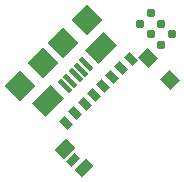
<source format=gbp>
%FSTAX23Y23*%
%MOIN*%
%SFA1B1*%

%IPPOS*%
%AMD52*
4,1,4,0.051500,-0.001400,-0.001400,0.051500,-0.051500,0.001400,0.001400,-0.051500,0.051500,-0.001400,0.0*
%
%AMD53*
4,1,4,0.000000,0.052900,-0.052900,0.000000,0.000000,-0.052900,0.052900,0.000000,0.000000,0.052900,0.0*
%
%AMD54*
4,1,4,0.008400,0.052800,-0.052800,-0.008400,-0.008400,-0.052800,0.052800,0.008400,0.008400,0.052800,0.0*
%
%AMD55*
4,1,4,0.024300,-0.013200,-0.013200,0.024300,-0.024300,0.013200,0.013200,-0.024300,0.024300,-0.013200,0.0*
%
%AMD56*
4,1,4,-0.006900,-0.032000,0.032000,0.006900,0.006900,0.032000,-0.032000,-0.006900,-0.006900,-0.032000,0.0*
%
%AMD57*
4,1,4,-0.004200,-0.023500,0.023500,0.004200,0.004200,0.023500,-0.023500,-0.004200,-0.004200,-0.023500,0.0*
%
%AMD58*
4,1,4,-0.002800,-0.036100,0.036100,0.002800,0.002800,0.036100,-0.036100,-0.002800,-0.002800,-0.036100,0.0*
%
%AMD59*
4,1,4,-0.032700,0.000700,0.000700,-0.032700,0.032700,-0.000700,-0.000700,0.032700,-0.032700,0.000700,0.0*
%
%AMD60*
4,1,4,-0.023500,0.004200,0.004200,-0.023500,0.023500,-0.004200,-0.004200,0.023500,-0.023500,0.004200,0.0*
%
%ADD51C,0.030980*%
G04~CAMADD=52~9~0.0~0.0~748.0~708.7~0.0~0.0~0~0.0~0.0~0.0~0.0~0~0.0~0.0~0.0~0.0~0~0.0~0.0~0.0~315.0~1030.0~1029.0*
%ADD52D52*%
G04~CAMADD=53~10~0.0~748.0~0.0~0.0~0.0~0.0~0~0.0~0.0~0.0~0.0~0~0.0~0.0~0.0~0.0~0~0.0~0.0~0.0~405.0~748.0~0.0*
%ADD53D53*%
G04~CAMADD=54~9~0.0~0.0~866.1~629.9~0.0~0.0~0~0.0~0.0~0.0~0.0~0~0.0~0.0~0.0~0.0~0~0.0~0.0~0.0~45.0~1056.0~1055.0*
%ADD54D54*%
G04~CAMADD=55~9~0.0~0.0~531.5~157.5~0.0~0.0~0~0.0~0.0~0.0~0.0~0~0.0~0.0~0.0~0.0~0~0.0~0.0~0.0~315.0~486.0~485.0*
%ADD55D55*%
G04~CAMADD=56~9~0.0~0.0~551.2~354.3~0.0~0.0~0~0.0~0.0~0.0~0.0~0~0.0~0.0~0.0~0.0~0~0.0~0.0~0.0~225.0~640.0~639.0*
%ADD56D56*%
G04~CAMADD=57~9~0.0~0.0~393.7~275.6~0.0~0.0~0~0.0~0.0~0.0~0.0~0~0.0~0.0~0.0~0.0~0~0.0~0.0~0.0~225.0~470.0~469.0*
%ADD57D57*%
G04~CAMADD=58~9~0.0~0.0~551.2~472.4~0.0~0.0~0~0.0~0.0~0.0~0.0~0~0.0~0.0~0.0~0.0~0~0.0~0.0~0.0~225.0~722.0~721.0*
%ADD58D58*%
G04~CAMADD=59~9~0.0~0.0~472.4~452.8~0.0~0.0~0~0.0~0.0~0.0~0.0~0~0.0~0.0~0.0~0.0~0~0.0~0.0~0.0~135.0~654.0~653.0*
%ADD59D59*%
G04~CAMADD=60~9~0.0~0.0~393.7~275.6~0.0~0.0~0~0.0~0.0~0.0~0.0~0~0.0~0.0~0.0~0.0~0~0.0~0.0~0.0~135.0~470.0~469.0*
%ADD60D60*%
%LNkoosh_sd_card_base_v1_1-1*%
%LPD*%
G54D51*
X00535Y00449D03*
X0057Y00485D03*
X005D03*
X00535Y0052D03*
X00464D03*
X005Y00555D03*
G54D52*
X00286Y00534D03*
X00063Y00312D03*
G54D53*
X00208Y00456D03*
X00141Y0039D03*
G54D54*
X00333Y0044D03*
X00158Y00264D03*
G54D55*
X00285Y00385D03*
X00267Y00367D03*
X00249Y00348D03*
X00231Y0033D03*
X00213Y00312D03*
G54D56*
X00277Y00039D03*
G54D57*
X00239Y00065D03*
G54D58*
X00213Y00103D03*
G54D59*
X00563Y00333D03*
X00491Y00405D03*
G54D60*
X00432Y00404D03*
X00401Y00374D03*
X0037Y00343D03*
X0034Y00313D03*
X00309Y00282D03*
X00279Y00251D03*
X00248Y00221D03*
X00217Y0019D03*
M02*
</source>
